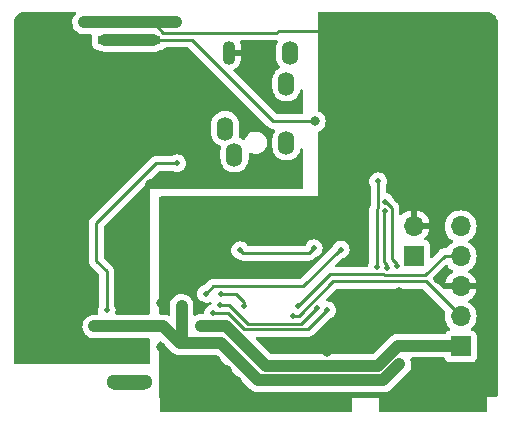
<source format=gbl>
G04 #@! TF.GenerationSoftware,KiCad,Pcbnew,7.0.7*
G04 #@! TF.CreationDate,2024-03-29T16:46:10+10:30*
G04 #@! TF.ProjectId,hawk,6861776b-2e6b-4696-9361-645f70636258,1*
G04 #@! TF.SameCoordinates,Original*
G04 #@! TF.FileFunction,Copper,L2,Bot*
G04 #@! TF.FilePolarity,Positive*
%FSLAX46Y46*%
G04 Gerber Fmt 4.6, Leading zero omitted, Abs format (unit mm)*
G04 Created by KiCad (PCBNEW 7.0.7) date 2024-03-29 16:46:10*
%MOMM*%
%LPD*%
G01*
G04 APERTURE LIST*
G04 #@! TA.AperFunction,SMDPad,CuDef*
%ADD10R,1.244600X0.660400*%
G04 #@! TD*
G04 #@! TA.AperFunction,ComponentPad*
%ADD11C,1.300000*%
G04 #@! TD*
G04 #@! TA.AperFunction,ComponentPad*
%ADD12O,1.700000X1.700000*%
G04 #@! TD*
G04 #@! TA.AperFunction,ComponentPad*
%ADD13R,1.700000X1.700000*%
G04 #@! TD*
G04 #@! TA.AperFunction,ComponentPad*
%ADD14O,1.371600X2.006600*%
G04 #@! TD*
G04 #@! TA.AperFunction,ComponentPad*
%ADD15O,1.100000X2.000000*%
G04 #@! TD*
G04 #@! TA.AperFunction,ViaPad*
%ADD16C,0.800000*%
G04 #@! TD*
G04 #@! TA.AperFunction,ViaPad*
%ADD17C,0.500000*%
G04 #@! TD*
G04 #@! TA.AperFunction,Conductor*
%ADD18C,0.250000*%
G04 #@! TD*
G04 #@! TA.AperFunction,Conductor*
%ADD19C,0.500000*%
G04 #@! TD*
G04 #@! TA.AperFunction,Conductor*
%ADD20C,1.000000*%
G04 #@! TD*
G04 APERTURE END LIST*
G04 #@! TA.AperFunction,EtchedComponent*
G36*
X139224500Y-113931500D02*
G01*
X136624500Y-113931500D01*
X136624500Y-112631500D01*
X139224500Y-112631500D01*
X139224500Y-113931500D01*
G37*
G04 #@! TD.AperFunction*
D10*
X135892500Y-84281502D03*
X139956500Y-84281502D03*
X135892500Y-82801500D03*
X139956500Y-82801500D03*
D11*
X136624500Y-113281500D03*
X139224500Y-113281500D03*
D12*
X162020700Y-100012000D03*
D13*
X162020700Y-102552000D03*
D12*
X165991500Y-100068500D03*
X165991500Y-102608500D03*
X165991500Y-105148500D03*
X165991500Y-107688500D03*
D13*
X165991500Y-110228500D03*
D14*
X151243300Y-92986900D03*
X146843301Y-93986901D03*
X146043300Y-91786900D03*
X151243300Y-87986900D03*
D15*
X146343299Y-85365251D03*
D14*
X151543299Y-85365251D03*
D16*
X144020500Y-108498500D03*
X157964000Y-112011500D03*
X146179500Y-112265500D03*
X152503000Y-98622500D03*
X145290500Y-112265500D03*
X159006500Y-106423500D03*
X154688500Y-110741500D03*
X147068500Y-114932500D03*
X154808200Y-98610000D03*
X164086500Y-104518500D03*
X145290500Y-113154500D03*
X145290500Y-114043500D03*
X140659100Y-110273500D03*
X146179500Y-113154500D03*
X146179500Y-114932500D03*
X146179500Y-114043500D03*
X140587201Y-106554799D03*
X155196500Y-83563500D03*
X145290500Y-114932500D03*
X157736500Y-100073500D03*
X148252500Y-98776000D03*
X147068500Y-113154500D03*
X147068500Y-114043500D03*
X164086500Y-101343500D03*
X145290500Y-111376500D03*
X160811000Y-105661500D03*
X144121000Y-106804500D03*
X142369500Y-106804500D03*
X134969700Y-108542500D03*
X160811000Y-111757500D03*
D17*
X159581000Y-98803500D03*
X159731836Y-103592836D03*
X160619676Y-103404500D03*
X159615036Y-98017497D03*
X151767500Y-107629500D03*
X145036500Y-107439500D03*
X154688500Y-107185500D03*
X145651000Y-106709934D03*
X153832399Y-107011887D03*
X144401500Y-105788500D03*
X155831500Y-102029500D03*
X153553132Y-101927040D03*
X147322500Y-102105500D03*
X145671500Y-105788500D03*
X147607895Y-106830818D03*
X152250500Y-106829500D03*
X158893750Y-103516750D03*
X159006500Y-96263500D03*
D16*
X129545000Y-108707000D03*
X132082500Y-101557500D03*
X130434000Y-108707000D03*
X133479500Y-98128500D03*
X136620700Y-110267500D03*
X132222000Y-109728000D03*
X138178500Y-104772500D03*
X133699700Y-106878500D03*
X137162500Y-104772500D03*
X132212000Y-110739000D03*
X131323000Y-110739000D03*
X132082500Y-106878500D03*
X138178500Y-103756500D03*
X137162500Y-103756500D03*
X139702500Y-96517500D03*
X131323000Y-108707000D03*
X130434000Y-110739000D03*
X131333000Y-109728000D03*
X135130500Y-98128500D03*
X130444000Y-109728000D03*
X129545000Y-110739000D03*
X134969700Y-110267500D03*
X129555000Y-109728000D03*
X132212000Y-108707000D03*
X133699700Y-101557500D03*
D17*
X141988500Y-94739500D03*
X136019500Y-107185500D03*
D16*
X153654995Y-91183500D03*
D18*
X164627750Y-102547000D02*
X165737500Y-102547000D01*
X163006914Y-104167836D02*
X164627750Y-102547000D01*
X159465827Y-104140000D02*
X159493663Y-104167836D01*
X159493663Y-104167836D02*
X163006914Y-104167836D01*
X154940000Y-104140000D02*
X159465827Y-104140000D01*
X152250500Y-106829500D02*
X154940000Y-104140000D01*
X163016500Y-104718500D02*
X165737500Y-107439500D01*
X155217100Y-104718500D02*
X163016500Y-104718500D01*
X165737500Y-107439500D02*
X165737500Y-107627000D01*
X152306100Y-107629500D02*
X155217100Y-104718500D01*
X151767500Y-107629500D02*
X152306100Y-107629500D01*
D19*
X157964000Y-112011500D02*
X157864000Y-111911500D01*
D20*
X158959944Y-111911500D02*
X160704444Y-110167000D01*
D19*
X157864000Y-111911500D02*
X156974500Y-111911500D01*
D20*
X144020500Y-108498500D02*
X146127135Y-108498500D01*
X156974500Y-111911500D02*
X158959944Y-111911500D01*
X160704444Y-110167000D02*
X165737500Y-110167000D01*
X146127135Y-108498500D02*
X149540135Y-111911500D01*
X149540135Y-111911500D02*
X156974500Y-111911500D01*
D18*
X150562841Y-83563500D02*
X150452341Y-83674000D01*
X155196500Y-83563500D02*
X150562841Y-83563500D01*
X140829000Y-83674000D02*
X139956500Y-82801500D01*
X150452341Y-83674000D02*
X140829000Y-83674000D01*
D20*
X141861500Y-82801500D02*
X134114500Y-82801500D01*
D18*
X140439341Y-82547500D02*
X139956500Y-82547500D01*
D20*
X140805500Y-108542500D02*
X141961500Y-109698500D01*
X141961500Y-109698500D02*
X142242500Y-109979500D01*
X142369500Y-106804500D02*
X142369500Y-109290500D01*
X142242500Y-109979500D02*
X145727790Y-109979500D01*
X145727790Y-109979500D02*
X148859790Y-113111500D01*
X134969700Y-108542500D02*
X140805500Y-108542500D01*
X142369500Y-109290500D02*
X141961500Y-109698500D01*
X148859790Y-113111500D02*
X159457000Y-113111500D01*
X159457000Y-113111500D02*
X160811000Y-111757500D01*
D18*
X159481000Y-98903500D02*
X159581000Y-98803500D01*
X159481000Y-103065327D02*
X159481000Y-98903500D01*
X159731836Y-103316163D02*
X159481000Y-103065327D01*
X159731836Y-103592836D02*
X159731836Y-103316163D01*
X160619676Y-103248403D02*
X160186000Y-102814727D01*
X160186000Y-102814727D02*
X160186000Y-98552900D01*
X160619676Y-103404500D02*
X160619676Y-103248403D01*
X159650597Y-98017497D02*
X159615036Y-98017497D01*
X160186000Y-98552900D02*
X159650597Y-98017497D01*
X147633627Y-108778500D02*
X153095500Y-108778500D01*
X145036500Y-107439500D02*
X146294627Y-107439500D01*
X146294627Y-107439500D02*
X147633627Y-108778500D01*
X153095500Y-108778500D02*
X154688500Y-107185500D01*
X152515786Y-108328500D02*
X153832399Y-107011887D01*
X146338934Y-106709934D02*
X147957500Y-108328500D01*
X147957500Y-108328500D02*
X152515786Y-108328500D01*
X145651000Y-106709934D02*
X146338934Y-106709934D01*
X155780500Y-102029500D02*
X155831500Y-102029500D01*
X145036500Y-105153500D02*
X152656500Y-105153500D01*
X152656500Y-105153500D02*
X155780500Y-102029500D01*
X144401500Y-105788500D02*
X145036500Y-105153500D01*
X147561000Y-102344000D02*
X153136172Y-102344000D01*
X147322500Y-102105500D02*
X147561000Y-102344000D01*
X153136172Y-102344000D02*
X153553132Y-101927040D01*
X145671500Y-105788500D02*
X146941500Y-105788500D01*
X147607895Y-106454895D02*
X147607895Y-106830818D01*
X146941500Y-105788500D02*
X147607895Y-106454895D01*
X158893750Y-98635150D02*
X159006500Y-98522400D01*
X159006500Y-98522400D02*
X159006500Y-96263500D01*
X158893750Y-103516750D02*
X158893750Y-98635150D01*
X136019500Y-107185500D02*
X136019500Y-103874195D01*
X135130500Y-102985195D02*
X135130500Y-99819500D01*
X140210500Y-94739500D02*
X141988500Y-94739500D01*
X136019500Y-103874195D02*
X135130500Y-102985195D01*
X135130500Y-99819500D02*
X140210500Y-94739500D01*
D20*
X135892500Y-84281502D02*
X139956500Y-84281502D01*
D18*
X153654995Y-91183500D02*
X150116500Y-91183500D01*
X150116500Y-91183500D02*
X143214502Y-84281502D01*
X143214502Y-84281502D02*
X139956500Y-84281502D01*
G04 #@! TA.AperFunction,Conductor*
G36*
X133387655Y-81896685D02*
G01*
X133433410Y-81949489D01*
X133443354Y-82018647D01*
X133414329Y-82082203D01*
X133401386Y-82095086D01*
X133385605Y-82108632D01*
X133385604Y-82108634D01*
X133261054Y-82269537D01*
X133261053Y-82269540D01*
X133171440Y-82452228D01*
X133120437Y-82649214D01*
X133110131Y-82852436D01*
X133140942Y-83053563D01*
X133140945Y-83053575D01*
X133211611Y-83244381D01*
X133211615Y-83244388D01*
X133319245Y-83417067D01*
X133319247Y-83417069D01*
X133319248Y-83417071D01*
X133459441Y-83564553D01*
X133587844Y-83653924D01*
X133626449Y-83680794D01*
X133626450Y-83680794D01*
X133626451Y-83680795D01*
X133813442Y-83761040D01*
X134012759Y-83802000D01*
X134645700Y-83802000D01*
X134712739Y-83821685D01*
X134758494Y-83874489D01*
X134769700Y-83926000D01*
X134769700Y-84659572D01*
X134769701Y-84659578D01*
X134776108Y-84719185D01*
X134826402Y-84854030D01*
X134826406Y-84854037D01*
X134912652Y-84969246D01*
X134912655Y-84969249D01*
X135027864Y-85055495D01*
X135027871Y-85055499D01*
X135162716Y-85105793D01*
X135188619Y-85108577D01*
X135222327Y-85112202D01*
X135295726Y-85112201D01*
X135362765Y-85131885D01*
X135366554Y-85134420D01*
X135404451Y-85160797D01*
X135404452Y-85160797D01*
X135404452Y-85160798D01*
X135497946Y-85200919D01*
X135591442Y-85241042D01*
X135790759Y-85282002D01*
X140007243Y-85282002D01*
X140158939Y-85266576D01*
X140353079Y-85205664D01*
X140353079Y-85205663D01*
X140353088Y-85205661D01*
X140493400Y-85127781D01*
X140553576Y-85112201D01*
X140626671Y-85112201D01*
X140626672Y-85112201D01*
X140686283Y-85105793D01*
X140821131Y-85055498D01*
X140936346Y-84969248D01*
X140945747Y-84956689D01*
X141001682Y-84914819D01*
X141045013Y-84907002D01*
X142904050Y-84907002D01*
X142971089Y-84926687D01*
X142991731Y-84943321D01*
X149615697Y-91567288D01*
X149625522Y-91579551D01*
X149625743Y-91579369D01*
X149630714Y-91585378D01*
X149656717Y-91609795D01*
X149681135Y-91632726D01*
X149702029Y-91653620D01*
X149707511Y-91657873D01*
X149711943Y-91661657D01*
X149745918Y-91693562D01*
X149763476Y-91703214D01*
X149779735Y-91713895D01*
X149795564Y-91726173D01*
X149838338Y-91744682D01*
X149843556Y-91747238D01*
X149884408Y-91769697D01*
X149903816Y-91774680D01*
X149922217Y-91780980D01*
X149940604Y-91788937D01*
X149983988Y-91795808D01*
X149986619Y-91796225D01*
X149992339Y-91797409D01*
X150037481Y-91809000D01*
X150057516Y-91809000D01*
X150076914Y-91810526D01*
X150096694Y-91813659D01*
X150096695Y-91813660D01*
X150096695Y-91813659D01*
X150096696Y-91813660D01*
X150143083Y-91809275D01*
X150148922Y-91809000D01*
X150157459Y-91809000D01*
X150224498Y-91828685D01*
X150270253Y-91881489D01*
X150280197Y-91950647D01*
X150256413Y-92007726D01*
X150230372Y-92042209D01*
X150230363Y-92042223D01*
X150132369Y-92239020D01*
X150072203Y-92450486D01*
X150064353Y-92535203D01*
X150058079Y-92602920D01*
X150057000Y-92614560D01*
X150057000Y-93359239D01*
X150072203Y-93523313D01*
X150132369Y-93734779D01*
X150230363Y-93931576D01*
X150230368Y-93931584D01*
X150284439Y-94003185D01*
X150362858Y-94107029D01*
X150525332Y-94255143D01*
X150712255Y-94370881D01*
X150917263Y-94450302D01*
X151133373Y-94490700D01*
X151133375Y-94490700D01*
X151353225Y-94490700D01*
X151353227Y-94490700D01*
X151569337Y-94450302D01*
X151774345Y-94370881D01*
X151961268Y-94255143D01*
X152123742Y-94107029D01*
X152256233Y-93931582D01*
X152354231Y-93734777D01*
X152413234Y-93527398D01*
X152450512Y-93468307D01*
X152513822Y-93438749D01*
X152583061Y-93448111D01*
X152636248Y-93493420D01*
X152656496Y-93560291D01*
X152656500Y-93561334D01*
X152656500Y-96774500D01*
X152636815Y-96841539D01*
X152584011Y-96887294D01*
X152532500Y-96898500D01*
X139702500Y-96898500D01*
X139702500Y-106354030D01*
X139702160Y-106360515D01*
X139681741Y-106554798D01*
X139681741Y-106554799D01*
X139693223Y-106664050D01*
X139702160Y-106749076D01*
X139702500Y-106755561D01*
X139702500Y-107418000D01*
X139682815Y-107485039D01*
X139630011Y-107530794D01*
X139578500Y-107542000D01*
X136864637Y-107542000D01*
X136797598Y-107522315D01*
X136751843Y-107469511D01*
X136741899Y-107400353D01*
X136747595Y-107377046D01*
X136750641Y-107368339D01*
X136755813Y-107353559D01*
X136774749Y-107185500D01*
X136774749Y-107185497D01*
X136755814Y-107017443D01*
X136723762Y-106925845D01*
X136699956Y-106857810D01*
X136682168Y-106829500D01*
X136664006Y-106800595D01*
X136645000Y-106734623D01*
X136645000Y-103956937D01*
X136646724Y-103941317D01*
X136646439Y-103941291D01*
X136647171Y-103933535D01*
X136647173Y-103933528D01*
X136645000Y-103864380D01*
X136645000Y-103834845D01*
X136644131Y-103827967D01*
X136643672Y-103822138D01*
X136642209Y-103775567D01*
X136636622Y-103756339D01*
X136632674Y-103737279D01*
X136630164Y-103717403D01*
X136630163Y-103717401D01*
X136630163Y-103717399D01*
X136613012Y-103674082D01*
X136611119Y-103668553D01*
X136598118Y-103623804D01*
X136598116Y-103623801D01*
X136587923Y-103606566D01*
X136579361Y-103589089D01*
X136571987Y-103570465D01*
X136571986Y-103570463D01*
X136544579Y-103532740D01*
X136541388Y-103527881D01*
X136517672Y-103487778D01*
X136517665Y-103487769D01*
X136503506Y-103473610D01*
X136490868Y-103458814D01*
X136479094Y-103442608D01*
X136447874Y-103416781D01*
X136443188Y-103412904D01*
X136438876Y-103408981D01*
X135792319Y-102762423D01*
X135758834Y-102701100D01*
X135756000Y-102674742D01*
X135756000Y-100129952D01*
X135775685Y-100062913D01*
X135792319Y-100042271D01*
X140433272Y-95401319D01*
X140494595Y-95367834D01*
X140520953Y-95365000D01*
X141537624Y-95365000D01*
X141603595Y-95384005D01*
X141660810Y-95419956D01*
X141782121Y-95462404D01*
X141820443Y-95475814D01*
X141988497Y-95494749D01*
X141988500Y-95494749D01*
X141988503Y-95494749D01*
X142156556Y-95475814D01*
X142156559Y-95475813D01*
X142316190Y-95419956D01*
X142316192Y-95419954D01*
X142316194Y-95419954D01*
X142316197Y-95419952D01*
X142459384Y-95329981D01*
X142459385Y-95329980D01*
X142459390Y-95329977D01*
X142578977Y-95210390D01*
X142668952Y-95067197D01*
X142668954Y-95067194D01*
X142668954Y-95067192D01*
X142668956Y-95067190D01*
X142724813Y-94907559D01*
X142724813Y-94907558D01*
X142724814Y-94907556D01*
X142743749Y-94739502D01*
X142743749Y-94739497D01*
X142724814Y-94571443D01*
X142682425Y-94450302D01*
X142668956Y-94411810D01*
X142668955Y-94411809D01*
X142668954Y-94411805D01*
X142668952Y-94411802D01*
X142578981Y-94268615D01*
X142578976Y-94268609D01*
X142459390Y-94149023D01*
X142459384Y-94149018D01*
X142316197Y-94059047D01*
X142316194Y-94059045D01*
X142156556Y-94003185D01*
X141988503Y-93984251D01*
X141988497Y-93984251D01*
X141820443Y-94003185D01*
X141660807Y-94059045D01*
X141603596Y-94094994D01*
X141537624Y-94114000D01*
X140293243Y-94114000D01*
X140277622Y-94112275D01*
X140277596Y-94112561D01*
X140269834Y-94111827D01*
X140269833Y-94111827D01*
X140200686Y-94114000D01*
X140171149Y-94114000D01*
X140164266Y-94114869D01*
X140158449Y-94115326D01*
X140111873Y-94116790D01*
X140092629Y-94122381D01*
X140073579Y-94126325D01*
X140053711Y-94128834D01*
X140010384Y-94145988D01*
X140004858Y-94147879D01*
X139960114Y-94160879D01*
X139960110Y-94160881D01*
X139942866Y-94171079D01*
X139925405Y-94179633D01*
X139906774Y-94187010D01*
X139906762Y-94187017D01*
X139869070Y-94214402D01*
X139864187Y-94217609D01*
X139824080Y-94241329D01*
X139809914Y-94255495D01*
X139795124Y-94268127D01*
X139778914Y-94279904D01*
X139778911Y-94279907D01*
X139749210Y-94315809D01*
X139745277Y-94320131D01*
X134746708Y-99318699D01*
X134734451Y-99328520D01*
X134734634Y-99328741D01*
X134728623Y-99333713D01*
X134681272Y-99384136D01*
X134660389Y-99405019D01*
X134660377Y-99405032D01*
X134656121Y-99410517D01*
X134652337Y-99414947D01*
X134620437Y-99448918D01*
X134620436Y-99448920D01*
X134610784Y-99466476D01*
X134600110Y-99482726D01*
X134587829Y-99498561D01*
X134587824Y-99498568D01*
X134569315Y-99541338D01*
X134566745Y-99546584D01*
X134544303Y-99587406D01*
X134539322Y-99606807D01*
X134533021Y-99625210D01*
X134525062Y-99643602D01*
X134525061Y-99643605D01*
X134517771Y-99689627D01*
X134516587Y-99695346D01*
X134505001Y-99740472D01*
X134505000Y-99740482D01*
X134505000Y-99760516D01*
X134503473Y-99779915D01*
X134500340Y-99799694D01*
X134500340Y-99799695D01*
X134504725Y-99846083D01*
X134505000Y-99851921D01*
X134505000Y-102902450D01*
X134503275Y-102918067D01*
X134503561Y-102918094D01*
X134502826Y-102925860D01*
X134505000Y-102995009D01*
X134505000Y-103024538D01*
X134505001Y-103024555D01*
X134505868Y-103031426D01*
X134506326Y-103037245D01*
X134507790Y-103083819D01*
X134507791Y-103083822D01*
X134513380Y-103103062D01*
X134517324Y-103122106D01*
X134519836Y-103141986D01*
X134536990Y-103185314D01*
X134538882Y-103190842D01*
X134551881Y-103235583D01*
X134562080Y-103252829D01*
X134570638Y-103270298D01*
X134578014Y-103288927D01*
X134605398Y-103326618D01*
X134608606Y-103331502D01*
X134632327Y-103371611D01*
X134632333Y-103371619D01*
X134646490Y-103385775D01*
X134659128Y-103400571D01*
X134670905Y-103416781D01*
X134670906Y-103416782D01*
X134706809Y-103446483D01*
X134711120Y-103450405D01*
X135036282Y-103775567D01*
X135357681Y-104096966D01*
X135391166Y-104158289D01*
X135394000Y-104184647D01*
X135394000Y-106734623D01*
X135374994Y-106800595D01*
X135339045Y-106857807D01*
X135283185Y-107017443D01*
X135264251Y-107185497D01*
X135264251Y-107185502D01*
X135283186Y-107353557D01*
X135291405Y-107377046D01*
X135294966Y-107446825D01*
X135260237Y-107507452D01*
X135198244Y-107539679D01*
X135174363Y-107542000D01*
X134918957Y-107542000D01*
X134767260Y-107557425D01*
X134573120Y-107618337D01*
X134573105Y-107618344D01*
X134395200Y-107717089D01*
X134395195Y-107717092D01*
X134240806Y-107849632D01*
X134240804Y-107849634D01*
X134116254Y-108010537D01*
X134116253Y-108010540D01*
X134026640Y-108193228D01*
X133975637Y-108390214D01*
X133965331Y-108593436D01*
X133996142Y-108794563D01*
X133996145Y-108794575D01*
X134066811Y-108985381D01*
X134066815Y-108985388D01*
X134174445Y-109158067D01*
X134174449Y-109158072D01*
X134267161Y-109255605D01*
X134314641Y-109305553D01*
X134434769Y-109389164D01*
X134481649Y-109421794D01*
X134481650Y-109421794D01*
X134481651Y-109421795D01*
X134668642Y-109502040D01*
X134867959Y-109543000D01*
X139578500Y-109543000D01*
X139645539Y-109562685D01*
X139691294Y-109615489D01*
X139702500Y-109667000D01*
X139702500Y-111633500D01*
X139682815Y-111700539D01*
X139630011Y-111746294D01*
X139578500Y-111757500D01*
X128270000Y-111757500D01*
X128202961Y-111737815D01*
X128157206Y-111685011D01*
X128146000Y-111633500D01*
X128146000Y-97722000D01*
X128146000Y-92159239D01*
X144857000Y-92159239D01*
X144872203Y-92323313D01*
X144932369Y-92534779D01*
X145030363Y-92731576D01*
X145030368Y-92731584D01*
X145096612Y-92819305D01*
X145162858Y-92907029D01*
X145325332Y-93055143D01*
X145512255Y-93170881D01*
X145622572Y-93213618D01*
X145677973Y-93256191D01*
X145701564Y-93321958D01*
X145697045Y-93363177D01*
X145672204Y-93450486D01*
X145662030Y-93560291D01*
X145657001Y-93614559D01*
X145657001Y-94359243D01*
X145661227Y-94404852D01*
X145672204Y-94523314D01*
X145732370Y-94734780D01*
X145830364Y-94931577D01*
X145830369Y-94931585D01*
X145896613Y-95019306D01*
X145962859Y-95107030D01*
X146125333Y-95255144D01*
X146312256Y-95370882D01*
X146517264Y-95450303D01*
X146733374Y-95490701D01*
X146733376Y-95490701D01*
X146953226Y-95490701D01*
X146953228Y-95490701D01*
X147169338Y-95450303D01*
X147374346Y-95370882D01*
X147561269Y-95255144D01*
X147723743Y-95107030D01*
X147856234Y-94931583D01*
X147954232Y-94734778D01*
X148014397Y-94523317D01*
X148029601Y-94359243D01*
X148029601Y-93944380D01*
X148049286Y-93877341D01*
X148102090Y-93831586D01*
X148171248Y-93821642D01*
X148202499Y-93830429D01*
X148279531Y-93863486D01*
X148357736Y-93897047D01*
X148357737Y-93897047D01*
X148357739Y-93897048D01*
X148546796Y-93935900D01*
X148691428Y-93935900D01*
X148835318Y-93921268D01*
X149019465Y-93863491D01*
X149019465Y-93863490D01*
X149019474Y-93863488D01*
X149188229Y-93769821D01*
X149334675Y-93644101D01*
X149452817Y-93491476D01*
X149537816Y-93318192D01*
X149554848Y-93252413D01*
X149586192Y-93131354D01*
X149586193Y-93131348D01*
X149586194Y-93131346D01*
X149595970Y-92938586D01*
X149566743Y-92747804D01*
X149499710Y-92566811D01*
X149480009Y-92535203D01*
X149397619Y-92403020D01*
X149397618Y-92403019D01*
X149397617Y-92403018D01*
X149397616Y-92403016D01*
X149264640Y-92263125D01*
X149230008Y-92239020D01*
X149106226Y-92152865D01*
X148928861Y-92076752D01*
X148739804Y-92037900D01*
X148595173Y-92037900D01*
X148595172Y-92037900D01*
X148451281Y-92052531D01*
X148267134Y-92110308D01*
X148267124Y-92110313D01*
X148098369Y-92203980D01*
X148098368Y-92203980D01*
X147951927Y-92329696D01*
X147833782Y-92482325D01*
X147748782Y-92655611D01*
X147747463Y-92659173D01*
X147746211Y-92660853D01*
X147746015Y-92661253D01*
X147745940Y-92661216D01*
X147705718Y-92715201D01*
X147640309Y-92739766D01*
X147572003Y-92725068D01*
X147565906Y-92721529D01*
X147374347Y-92602920D01*
X147374345Y-92602919D01*
X147264027Y-92560182D01*
X147208625Y-92517609D01*
X147185035Y-92451842D01*
X147189554Y-92410625D01*
X147214396Y-92323316D01*
X147229600Y-92159242D01*
X147229600Y-91414558D01*
X147214396Y-91250484D01*
X147154231Y-91039023D01*
X147092504Y-90915059D01*
X147056236Y-90842223D01*
X147056231Y-90842215D01*
X147010474Y-90781623D01*
X146923742Y-90666771D01*
X146761268Y-90518657D01*
X146732814Y-90501039D01*
X146574346Y-90402919D01*
X146574344Y-90402918D01*
X146503582Y-90375505D01*
X146369337Y-90323498D01*
X146153227Y-90283100D01*
X145933373Y-90283100D01*
X145717263Y-90323498D01*
X145660019Y-90345674D01*
X145512255Y-90402918D01*
X145512253Y-90402919D01*
X145325336Y-90518654D01*
X145325334Y-90518655D01*
X145325332Y-90518657D01*
X145282175Y-90558000D01*
X145162857Y-90666772D01*
X145030368Y-90842215D01*
X145030363Y-90842223D01*
X144932369Y-91039020D01*
X144872203Y-91250486D01*
X144857000Y-91414560D01*
X144857000Y-92159239D01*
X128146000Y-92159239D01*
X128145999Y-82880584D01*
X128146529Y-82872513D01*
X128177956Y-82633998D01*
X128186325Y-82602766D01*
X128273694Y-82391822D01*
X128289867Y-82363807D01*
X128428819Y-82182706D01*
X128451706Y-82159819D01*
X128632807Y-82020867D01*
X128660822Y-82004694D01*
X128871766Y-81917325D01*
X128902992Y-81908957D01*
X129141499Y-81877531D01*
X129149602Y-81877000D01*
X133320616Y-81877000D01*
X133387655Y-81896685D01*
G37*
G04 #@! TD.AperFunction*
G04 #@! TA.AperFunction,Conductor*
G36*
X150385218Y-84301224D02*
G01*
X150385245Y-84300939D01*
X150400779Y-84302408D01*
X150400443Y-84305960D01*
X150452308Y-84319106D01*
X150500003Y-84370164D01*
X150512523Y-84438903D01*
X150500212Y-84481125D01*
X150432368Y-84617371D01*
X150372202Y-84828837D01*
X150364235Y-84914819D01*
X150359192Y-84969249D01*
X150356999Y-84992911D01*
X150356999Y-85737590D01*
X150372202Y-85901664D01*
X150432368Y-86113130D01*
X150530362Y-86309927D01*
X150530367Y-86309935D01*
X150618066Y-86426067D01*
X150653053Y-86472398D01*
X150657105Y-86477763D01*
X150681797Y-86543125D01*
X150667232Y-86611459D01*
X150623429Y-86657916D01*
X150525343Y-86718648D01*
X150525337Y-86718653D01*
X150525333Y-86718655D01*
X150525332Y-86718657D01*
X150426203Y-86809025D01*
X150362857Y-86866772D01*
X150230368Y-87042215D01*
X150230363Y-87042223D01*
X150132369Y-87239020D01*
X150072203Y-87450486D01*
X150057000Y-87614560D01*
X150057000Y-88359239D01*
X150072203Y-88523313D01*
X150132369Y-88734779D01*
X150230363Y-88931576D01*
X150230368Y-88931584D01*
X150296612Y-89019305D01*
X150362858Y-89107029D01*
X150525332Y-89255143D01*
X150712255Y-89370881D01*
X150917263Y-89450302D01*
X151133373Y-89490700D01*
X151133375Y-89490700D01*
X151353225Y-89490700D01*
X151353227Y-89490700D01*
X151569337Y-89450302D01*
X151774345Y-89370881D01*
X151961268Y-89255143D01*
X152123742Y-89107029D01*
X152256233Y-88931582D01*
X152354231Y-88734777D01*
X152413234Y-88527398D01*
X152450512Y-88468307D01*
X152513822Y-88438749D01*
X152583061Y-88448111D01*
X152636248Y-88493420D01*
X152656496Y-88560291D01*
X152656500Y-88561334D01*
X152656500Y-90434000D01*
X152636815Y-90501039D01*
X152584011Y-90546794D01*
X152532500Y-90558000D01*
X150426953Y-90558000D01*
X150359914Y-90538315D01*
X150339272Y-90521681D01*
X146774409Y-86956818D01*
X146740924Y-86895495D01*
X146745908Y-86825803D01*
X146787780Y-86769870D01*
X146803637Y-86759779D01*
X146929465Y-86692522D01*
X146929472Y-86692518D01*
X147089354Y-86561306D01*
X147220566Y-86401424D01*
X147220570Y-86401417D01*
X147318065Y-86219017D01*
X147378107Y-86021085D01*
X147393299Y-85866835D01*
X147393299Y-85615251D01*
X146872099Y-85615251D01*
X146805060Y-85595566D01*
X146759305Y-85542762D01*
X146748099Y-85491251D01*
X146748099Y-85239251D01*
X146767784Y-85172212D01*
X146820588Y-85126457D01*
X146872099Y-85115251D01*
X147393299Y-85115251D01*
X147393299Y-84863666D01*
X147378107Y-84709416D01*
X147318065Y-84511486D01*
X147302280Y-84481954D01*
X147288038Y-84413551D01*
X147313038Y-84348307D01*
X147369342Y-84306936D01*
X147411638Y-84299500D01*
X150369598Y-84299500D01*
X150385218Y-84301224D01*
G37*
G04 #@! TD.AperFunction*
G04 #@! TA.AperFunction,Conductor*
G36*
X168149501Y-81877531D02*
G01*
X168387996Y-81908956D01*
X168419234Y-81917326D01*
X168630173Y-82004692D01*
X168658194Y-82020869D01*
X168839287Y-82159815D01*
X168862183Y-82182711D01*
X169001127Y-82363801D01*
X169017307Y-82391828D01*
X169104670Y-82602759D01*
X169113043Y-82634004D01*
X169144468Y-82872493D01*
X169145000Y-82880601D01*
X169145000Y-114352000D01*
X169125315Y-114419039D01*
X169072511Y-114464794D01*
X169021000Y-114476000D01*
X168270260Y-114476000D01*
X168270054Y-114475959D01*
X168245500Y-114475959D01*
X168245401Y-114476000D01*
X168245117Y-114476116D01*
X168245115Y-114476118D01*
X168244959Y-114476499D01*
X168244976Y-114501116D01*
X168244971Y-114501116D01*
X168245000Y-114501259D01*
X168245000Y-115697500D01*
X168225315Y-115764539D01*
X168172511Y-115810294D01*
X168121000Y-115821500D01*
X159170000Y-115821500D01*
X159102961Y-115801815D01*
X159057206Y-115749011D01*
X159046000Y-115697500D01*
X159046000Y-114651259D01*
X159046028Y-114651116D01*
X159046024Y-114651116D01*
X159046039Y-114626502D01*
X159046041Y-114626500D01*
X159045962Y-114626308D01*
X159045884Y-114626118D01*
X159045882Y-114626116D01*
X159045599Y-114626000D01*
X159045500Y-114625959D01*
X159020946Y-114625959D01*
X159020740Y-114626000D01*
X156780260Y-114626000D01*
X156780054Y-114625959D01*
X156755500Y-114625959D01*
X156755401Y-114626000D01*
X156755117Y-114626116D01*
X156755115Y-114626118D01*
X156754959Y-114626499D01*
X156754976Y-114651116D01*
X156754971Y-114651116D01*
X156755000Y-114651259D01*
X156755000Y-115697500D01*
X156735315Y-115764539D01*
X156682511Y-115810294D01*
X156631000Y-115821500D01*
X140660000Y-115821500D01*
X140592961Y-115801815D01*
X140547206Y-115749011D01*
X140536000Y-115697500D01*
X140536000Y-114651259D01*
X140536028Y-114651116D01*
X140536024Y-114651116D01*
X140536039Y-114626502D01*
X140536041Y-114626500D01*
X140535962Y-114626308D01*
X140535884Y-114626118D01*
X140525195Y-114615435D01*
X140486778Y-114584596D01*
X140464588Y-114518344D01*
X140464500Y-114513683D01*
X140464500Y-109915782D01*
X140484185Y-109848743D01*
X140536989Y-109802988D01*
X140606147Y-109793044D01*
X140669703Y-109822069D01*
X140676171Y-109828092D01*
X141179755Y-110331675D01*
X141179776Y-110331698D01*
X141234993Y-110386914D01*
X141237158Y-110389191D01*
X141287318Y-110444711D01*
X141287321Y-110444713D01*
X141300306Y-110454247D01*
X141314594Y-110466514D01*
X141526049Y-110677969D01*
X141587440Y-110742552D01*
X141587447Y-110742558D01*
X141621553Y-110766295D01*
X141637803Y-110777606D01*
X141641544Y-110780426D01*
X141689093Y-110819198D01*
X141719545Y-110835104D01*
X141726258Y-110839172D01*
X141754451Y-110858795D01*
X141810829Y-110882989D01*
X141815078Y-110885007D01*
X141869451Y-110913409D01*
X141896989Y-110921288D01*
X141902474Y-110922858D01*
X141909868Y-110925490D01*
X141941442Y-110939040D01*
X141941445Y-110939040D01*
X141941446Y-110939041D01*
X142001522Y-110951387D01*
X142006100Y-110952510D01*
X142020001Y-110956487D01*
X142065082Y-110969387D01*
X142099339Y-110971995D01*
X142107114Y-110973086D01*
X142140755Y-110980000D01*
X142140759Y-110980000D01*
X142202098Y-110980000D01*
X142206804Y-110980178D01*
X142241562Y-110982825D01*
X142267975Y-110984837D01*
X142267975Y-110984836D01*
X142267976Y-110984837D01*
X142302059Y-110980496D01*
X142309889Y-110980000D01*
X145262007Y-110980000D01*
X145329046Y-110999685D01*
X145349688Y-111016319D01*
X148143337Y-113809967D01*
X148204731Y-113874553D01*
X148204734Y-113874555D01*
X148204737Y-113874558D01*
X148238843Y-113898295D01*
X148255093Y-113909606D01*
X148258834Y-113912426D01*
X148306383Y-113951198D01*
X148336835Y-113967104D01*
X148343548Y-113971172D01*
X148371741Y-113990795D01*
X148428119Y-114014989D01*
X148432368Y-114017007D01*
X148486741Y-114045409D01*
X148514279Y-114053288D01*
X148519764Y-114054858D01*
X148527158Y-114057490D01*
X148558732Y-114071040D01*
X148558735Y-114071040D01*
X148558736Y-114071041D01*
X148618812Y-114083387D01*
X148623390Y-114084510D01*
X148625494Y-114085112D01*
X148682372Y-114101387D01*
X148716629Y-114103995D01*
X148724404Y-114105086D01*
X148758045Y-114112000D01*
X148758049Y-114112000D01*
X148819388Y-114112000D01*
X148824094Y-114112178D01*
X148851385Y-114114257D01*
X148885265Y-114116837D01*
X148885265Y-114116836D01*
X148885266Y-114116837D01*
X148919349Y-114112496D01*
X148927179Y-114112000D01*
X159444284Y-114112000D01*
X159533358Y-114114257D01*
X159533358Y-114114256D01*
X159533363Y-114114257D01*
X159593753Y-114103432D01*
X159598412Y-114102780D01*
X159640607Y-114098488D01*
X159659438Y-114096574D01*
X159692227Y-114086286D01*
X159699840Y-114084418D01*
X159733653Y-114078358D01*
X159790621Y-114055601D01*
X159795053Y-114054024D01*
X159853588Y-114035659D01*
X159883627Y-114018984D01*
X159890708Y-114015622D01*
X159922617Y-114002877D01*
X159973854Y-113969108D01*
X159977851Y-113966687D01*
X160031502Y-113936909D01*
X160057568Y-113914530D01*
X160063843Y-113909800D01*
X160064145Y-113909601D01*
X160092519Y-113890902D01*
X160135892Y-113847527D01*
X160139350Y-113844323D01*
X160142613Y-113841520D01*
X160185895Y-113804366D01*
X160206928Y-113777191D01*
X160212098Y-113771321D01*
X161554340Y-112429080D01*
X161650698Y-112310907D01*
X161744909Y-112130549D01*
X161800886Y-111934918D01*
X161816337Y-111732024D01*
X161796849Y-111579000D01*
X161790631Y-111530178D01*
X161790630Y-111530176D01*
X161790630Y-111530172D01*
X161724816Y-111337628D01*
X161724815Y-111337627D01*
X161722782Y-111331678D01*
X161725668Y-111330691D01*
X161717231Y-111274674D01*
X161745830Y-111210926D01*
X161804355Y-111172759D01*
X161840084Y-111167500D01*
X164554420Y-111167500D01*
X164621459Y-111187185D01*
X164667214Y-111239989D01*
X164670602Y-111248167D01*
X164697702Y-111320828D01*
X164697706Y-111320835D01*
X164783952Y-111436044D01*
X164783955Y-111436047D01*
X164899164Y-111522293D01*
X164899171Y-111522297D01*
X165034017Y-111572591D01*
X165034016Y-111572591D01*
X165040944Y-111573335D01*
X165093627Y-111579000D01*
X166889372Y-111578999D01*
X166948983Y-111572591D01*
X167083831Y-111522296D01*
X167199046Y-111436046D01*
X167285296Y-111320831D01*
X167335591Y-111185983D01*
X167342000Y-111126373D01*
X167341999Y-109330628D01*
X167335591Y-109271017D01*
X167332554Y-109262875D01*
X167285297Y-109136171D01*
X167285293Y-109136164D01*
X167199047Y-109020955D01*
X167199044Y-109020952D01*
X167083835Y-108934706D01*
X167083828Y-108934702D01*
X166952417Y-108885689D01*
X166896483Y-108843818D01*
X166872066Y-108778353D01*
X166886918Y-108710080D01*
X166908063Y-108681832D01*
X167029995Y-108559901D01*
X167165535Y-108366330D01*
X167265403Y-108152163D01*
X167326563Y-107923908D01*
X167347159Y-107688500D01*
X167326563Y-107453092D01*
X167265403Y-107224837D01*
X167165535Y-107010671D01*
X167136088Y-106968615D01*
X167029994Y-106817097D01*
X166862902Y-106650006D01*
X166862901Y-106650005D01*
X166684110Y-106524814D01*
X166676905Y-106519769D01*
X166633281Y-106465192D01*
X166626088Y-106395693D01*
X166657610Y-106333339D01*
X166676905Y-106316619D01*
X166862582Y-106186605D01*
X167029605Y-106019582D01*
X167165100Y-105826078D01*
X167264929Y-105611992D01*
X167264932Y-105611986D01*
X167322136Y-105398500D01*
X166604847Y-105398500D01*
X166537808Y-105378815D01*
X166492053Y-105326011D01*
X166482109Y-105256853D01*
X166485869Y-105239567D01*
X166491500Y-105220388D01*
X166491500Y-105076611D01*
X166485869Y-105057433D01*
X166485870Y-104987564D01*
X166523645Y-104928786D01*
X166587201Y-104899762D01*
X166604847Y-104898500D01*
X167322136Y-104898500D01*
X167322135Y-104898499D01*
X167264932Y-104685013D01*
X167264929Y-104685007D01*
X167165100Y-104470922D01*
X167165099Y-104470920D01*
X167029613Y-104277426D01*
X167029608Y-104277420D01*
X166862578Y-104110390D01*
X166676905Y-103980379D01*
X166633280Y-103925802D01*
X166626088Y-103856304D01*
X166657610Y-103793949D01*
X166676906Y-103777230D01*
X166862901Y-103646995D01*
X167029995Y-103479901D01*
X167165535Y-103286330D01*
X167265403Y-103072163D01*
X167326563Y-102843908D01*
X167347159Y-102608500D01*
X167326563Y-102373092D01*
X167265403Y-102144837D01*
X167165535Y-101930671D01*
X167162991Y-101927037D01*
X167029994Y-101737097D01*
X166862902Y-101570006D01*
X166862896Y-101570001D01*
X166677342Y-101440075D01*
X166633717Y-101385498D01*
X166626523Y-101316000D01*
X166658046Y-101253645D01*
X166677342Y-101236925D01*
X166718781Y-101207909D01*
X166862901Y-101106995D01*
X167029995Y-100939901D01*
X167165535Y-100746330D01*
X167265403Y-100532163D01*
X167326563Y-100303908D01*
X167347159Y-100068500D01*
X167326563Y-99833092D01*
X167265403Y-99604837D01*
X167165535Y-99390671D01*
X167126150Y-99334422D01*
X167029994Y-99197097D01*
X166862902Y-99030006D01*
X166862895Y-99030001D01*
X166838115Y-99012650D01*
X166824021Y-99002781D01*
X166669334Y-98894467D01*
X166669330Y-98894465D01*
X166669328Y-98894464D01*
X166455163Y-98794597D01*
X166455159Y-98794596D01*
X166455155Y-98794594D01*
X166226913Y-98733438D01*
X166226903Y-98733436D01*
X165991501Y-98712841D01*
X165991499Y-98712841D01*
X165756096Y-98733436D01*
X165756086Y-98733438D01*
X165527844Y-98794594D01*
X165527835Y-98794598D01*
X165313671Y-98894464D01*
X165313669Y-98894465D01*
X165120097Y-99030005D01*
X164953005Y-99197097D01*
X164817465Y-99390669D01*
X164817464Y-99390671D01*
X164717598Y-99604835D01*
X164717594Y-99604844D01*
X164656438Y-99833086D01*
X164656436Y-99833096D01*
X164635841Y-100068499D01*
X164635841Y-100068500D01*
X164656436Y-100303903D01*
X164656438Y-100303913D01*
X164717594Y-100532155D01*
X164717596Y-100532159D01*
X164717597Y-100532163D01*
X164791001Y-100689578D01*
X164817465Y-100746330D01*
X164817467Y-100746334D01*
X164953001Y-100939895D01*
X164953006Y-100939902D01*
X165120097Y-101106993D01*
X165120103Y-101106998D01*
X165305658Y-101236925D01*
X165349283Y-101291502D01*
X165356477Y-101361000D01*
X165324954Y-101423355D01*
X165305658Y-101440075D01*
X165120097Y-101570005D01*
X164953005Y-101737097D01*
X164860911Y-101868623D01*
X164806334Y-101912248D01*
X164759336Y-101921500D01*
X164710487Y-101921500D01*
X164694870Y-101919776D01*
X164694843Y-101920062D01*
X164687081Y-101919327D01*
X164617953Y-101921500D01*
X164588400Y-101921500D01*
X164587679Y-101921590D01*
X164581507Y-101922369D01*
X164575695Y-101922826D01*
X164529123Y-101924290D01*
X164529122Y-101924290D01*
X164509879Y-101929881D01*
X164490829Y-101933825D01*
X164470961Y-101936334D01*
X164470959Y-101936335D01*
X164427634Y-101953488D01*
X164422107Y-101955380D01*
X164377360Y-101968381D01*
X164377359Y-101968382D01*
X164360117Y-101978579D01*
X164342649Y-101987137D01*
X164324019Y-101994513D01*
X164324017Y-101994514D01*
X164286326Y-102021898D01*
X164281444Y-102025105D01*
X164241329Y-102048830D01*
X164227158Y-102063000D01*
X164212373Y-102075628D01*
X164196162Y-102087407D01*
X164166459Y-102123310D01*
X164162527Y-102127631D01*
X163582880Y-102707278D01*
X163521557Y-102740763D01*
X163451866Y-102735779D01*
X163395932Y-102693908D01*
X163371515Y-102628443D01*
X163371199Y-102619597D01*
X163371199Y-101654129D01*
X163371198Y-101654123D01*
X163369191Y-101635454D01*
X163364791Y-101594517D01*
X163351400Y-101558615D01*
X163314497Y-101459671D01*
X163314493Y-101459664D01*
X163228247Y-101344455D01*
X163228244Y-101344452D01*
X163113035Y-101258206D01*
X163113028Y-101258202D01*
X162981101Y-101208997D01*
X162925167Y-101167126D01*
X162900750Y-101101662D01*
X162915602Y-101033389D01*
X162936753Y-101005133D01*
X163058808Y-100883078D01*
X163194300Y-100689578D01*
X163294129Y-100475492D01*
X163294132Y-100475486D01*
X163351336Y-100262000D01*
X162634047Y-100262000D01*
X162567008Y-100242315D01*
X162521253Y-100189511D01*
X162511309Y-100120353D01*
X162515069Y-100103067D01*
X162520700Y-100083888D01*
X162520700Y-99940111D01*
X162515069Y-99920933D01*
X162515070Y-99851064D01*
X162552845Y-99792286D01*
X162616401Y-99763262D01*
X162634047Y-99762000D01*
X163351336Y-99762000D01*
X163351335Y-99761999D01*
X163294132Y-99548513D01*
X163294129Y-99548507D01*
X163194300Y-99334422D01*
X163194299Y-99334420D01*
X163058813Y-99140926D01*
X163058808Y-99140920D01*
X162891782Y-98973894D01*
X162698278Y-98838399D01*
X162484192Y-98738570D01*
X162484186Y-98738567D01*
X162270700Y-98681364D01*
X162270700Y-99399698D01*
X162251015Y-99466737D01*
X162198211Y-99512492D01*
X162129055Y-99522436D01*
X162056466Y-99512000D01*
X162056463Y-99512000D01*
X161984937Y-99512000D01*
X161984933Y-99512000D01*
X161912345Y-99522436D01*
X161843187Y-99512492D01*
X161790384Y-99466736D01*
X161770700Y-99399698D01*
X161770700Y-98681364D01*
X161770699Y-98681364D01*
X161557213Y-98738567D01*
X161557207Y-98738570D01*
X161343122Y-98838399D01*
X161343120Y-98838400D01*
X161149626Y-98973886D01*
X161149620Y-98973891D01*
X161023181Y-99100331D01*
X160961858Y-99133816D01*
X160892166Y-99128832D01*
X160836233Y-99086960D01*
X160811816Y-99021496D01*
X160811500Y-99012650D01*
X160811500Y-98635637D01*
X160813223Y-98620020D01*
X160812938Y-98619993D01*
X160813672Y-98612231D01*
X160811500Y-98543103D01*
X160811500Y-98513551D01*
X160811500Y-98513550D01*
X160810629Y-98506659D01*
X160810172Y-98500845D01*
X160808709Y-98454272D01*
X160803122Y-98435044D01*
X160799174Y-98415984D01*
X160796664Y-98396108D01*
X160779507Y-98352775D01*
X160777619Y-98347259D01*
X160764619Y-98302512D01*
X160754418Y-98285263D01*
X160745860Y-98267794D01*
X160738486Y-98249168D01*
X160738483Y-98249164D01*
X160738483Y-98249163D01*
X160711098Y-98211471D01*
X160707890Y-98206587D01*
X160684172Y-98166482D01*
X160684163Y-98166471D01*
X160670005Y-98152313D01*
X160657370Y-98137520D01*
X160645593Y-98121312D01*
X160609693Y-98091613D01*
X160605381Y-98087690D01*
X160362867Y-97845177D01*
X160333507Y-97798450D01*
X160295491Y-97689804D01*
X160295488Y-97689799D01*
X160205517Y-97546612D01*
X160205512Y-97546606D01*
X160085926Y-97427020D01*
X160085920Y-97427015D01*
X159942733Y-97337044D01*
X159942728Y-97337041D01*
X159783089Y-97281182D01*
X159742116Y-97276566D01*
X159677702Y-97249499D01*
X159638147Y-97191904D01*
X159632000Y-97153346D01*
X159632000Y-96714375D01*
X159651007Y-96648402D01*
X159686956Y-96591190D01*
X159712741Y-96517500D01*
X159742813Y-96431559D01*
X159761749Y-96263500D01*
X159761749Y-96263497D01*
X159742814Y-96095443D01*
X159686954Y-95935805D01*
X159686952Y-95935802D01*
X159596981Y-95792615D01*
X159596976Y-95792609D01*
X159477390Y-95673023D01*
X159477384Y-95673018D01*
X159334197Y-95583047D01*
X159334194Y-95583045D01*
X159174556Y-95527185D01*
X159006503Y-95508251D01*
X159006497Y-95508251D01*
X158838443Y-95527185D01*
X158678805Y-95583045D01*
X158678802Y-95583047D01*
X158535615Y-95673018D01*
X158535609Y-95673023D01*
X158416023Y-95792609D01*
X158416018Y-95792615D01*
X158326047Y-95935802D01*
X158326045Y-95935805D01*
X158270185Y-96095443D01*
X158251251Y-96263497D01*
X158251251Y-96263502D01*
X158270186Y-96431557D01*
X158326043Y-96591190D01*
X158361993Y-96648402D01*
X158381000Y-96714375D01*
X158381000Y-98233182D01*
X158361315Y-98300221D01*
X158354985Y-98309175D01*
X158351078Y-98314211D01*
X158351074Y-98314218D01*
X158332565Y-98356988D01*
X158329995Y-98362234D01*
X158307553Y-98403056D01*
X158302572Y-98422457D01*
X158296271Y-98440860D01*
X158288312Y-98459252D01*
X158288311Y-98459255D01*
X158281021Y-98505277D01*
X158279837Y-98510996D01*
X158268251Y-98556122D01*
X158268250Y-98556132D01*
X158268250Y-98576166D01*
X158266723Y-98595565D01*
X158263590Y-98615344D01*
X158263590Y-98615345D01*
X158267975Y-98661733D01*
X158268250Y-98667571D01*
X158268250Y-103065873D01*
X158249244Y-103131845D01*
X158213295Y-103189057D01*
X158157436Y-103348691D01*
X158157435Y-103348696D01*
X158151162Y-103404382D01*
X158124096Y-103468797D01*
X158066502Y-103508352D01*
X158027942Y-103514500D01*
X155479452Y-103514500D01*
X155412413Y-103494815D01*
X155366658Y-103442011D01*
X155356714Y-103372853D01*
X155385739Y-103309297D01*
X155391771Y-103302819D01*
X155505533Y-103189057D01*
X155889109Y-102805479D01*
X155950430Y-102771996D01*
X155962888Y-102769944D01*
X155999559Y-102765813D01*
X156159190Y-102709956D01*
X156159193Y-102709953D01*
X156159197Y-102709952D01*
X156302384Y-102619981D01*
X156302385Y-102619980D01*
X156302390Y-102619977D01*
X156421977Y-102500390D01*
X156421981Y-102500384D01*
X156511952Y-102357197D01*
X156511954Y-102357194D01*
X156511954Y-102357192D01*
X156511956Y-102357190D01*
X156567813Y-102197559D01*
X156567813Y-102197558D01*
X156567814Y-102197556D01*
X156586749Y-102029502D01*
X156586749Y-102029497D01*
X156567814Y-101861443D01*
X156511954Y-101701805D01*
X156511952Y-101701802D01*
X156421981Y-101558615D01*
X156421976Y-101558609D01*
X156302390Y-101439023D01*
X156302384Y-101439018D01*
X156159197Y-101349047D01*
X156159194Y-101349045D01*
X155999556Y-101293185D01*
X155831503Y-101274251D01*
X155831497Y-101274251D01*
X155663443Y-101293185D01*
X155503805Y-101349045D01*
X155503802Y-101349047D01*
X155360615Y-101439018D01*
X155360609Y-101439023D01*
X155241023Y-101558609D01*
X155241018Y-101558615D01*
X155151048Y-101701800D01*
X155151044Y-101701808D01*
X155121337Y-101786705D01*
X155091977Y-101833430D01*
X152433728Y-104491681D01*
X152372405Y-104525166D01*
X152346047Y-104528000D01*
X145119243Y-104528000D01*
X145103622Y-104526275D01*
X145103595Y-104526561D01*
X145095833Y-104525826D01*
X145026672Y-104528000D01*
X144997149Y-104528000D01*
X144990278Y-104528867D01*
X144984459Y-104529325D01*
X144937874Y-104530789D01*
X144937868Y-104530790D01*
X144918626Y-104536380D01*
X144899587Y-104540323D01*
X144879717Y-104542834D01*
X144879703Y-104542837D01*
X144836383Y-104559988D01*
X144830858Y-104561880D01*
X144786113Y-104574880D01*
X144786110Y-104574881D01*
X144768866Y-104585079D01*
X144751405Y-104593633D01*
X144732774Y-104601010D01*
X144732762Y-104601017D01*
X144695070Y-104628402D01*
X144690187Y-104631609D01*
X144650080Y-104655329D01*
X144635914Y-104669495D01*
X144621124Y-104682127D01*
X144604914Y-104693904D01*
X144604911Y-104693907D01*
X144575210Y-104729809D01*
X144571277Y-104734131D01*
X144283881Y-105021527D01*
X144237154Y-105050888D01*
X144233441Y-105052186D01*
X144233441Y-105052187D01*
X144218449Y-105057433D01*
X144073808Y-105108044D01*
X144073802Y-105108047D01*
X143930615Y-105198018D01*
X143930609Y-105198023D01*
X143811023Y-105317609D01*
X143811018Y-105317615D01*
X143721047Y-105460802D01*
X143721045Y-105460805D01*
X143665185Y-105620443D01*
X143646251Y-105788497D01*
X143646251Y-105788502D01*
X143665185Y-105956556D01*
X143721045Y-106116194D01*
X143721047Y-106116197D01*
X143811018Y-106259384D01*
X143811023Y-106259390D01*
X143930609Y-106378976D01*
X143930615Y-106378981D01*
X144073802Y-106468952D01*
X144073805Y-106468954D01*
X144073809Y-106468955D01*
X144073810Y-106468956D01*
X144074379Y-106469155D01*
X144233443Y-106524814D01*
X144401497Y-106543749D01*
X144401500Y-106543749D01*
X144401503Y-106543749D01*
X144569556Y-106524814D01*
X144583974Y-106519769D01*
X144729190Y-106468956D01*
X144729200Y-106468949D01*
X144731863Y-106467668D01*
X144733765Y-106467354D01*
X144735762Y-106466656D01*
X144735884Y-106467005D01*
X144800803Y-106456309D01*
X144864940Y-106484026D01*
X144903911Y-106542017D01*
X144908895Y-106593265D01*
X144906386Y-106615535D01*
X144879320Y-106679950D01*
X144824121Y-106718694D01*
X144708813Y-106759042D01*
X144708802Y-106759047D01*
X144565615Y-106849018D01*
X144565609Y-106849023D01*
X144446023Y-106968609D01*
X144446018Y-106968615D01*
X144356047Y-107111802D01*
X144356045Y-107111805D01*
X144300185Y-107271443D01*
X144287066Y-107387884D01*
X144259999Y-107452298D01*
X144202404Y-107491853D01*
X144163846Y-107498000D01*
X143969757Y-107498000D01*
X143818060Y-107513425D01*
X143623920Y-107574337D01*
X143623905Y-107574344D01*
X143554177Y-107613046D01*
X143486008Y-107628369D01*
X143420377Y-107604405D01*
X143378120Y-107548761D01*
X143370000Y-107504627D01*
X143370000Y-106753756D01*
X143354574Y-106602060D01*
X143293662Y-106407920D01*
X143293660Y-106407916D01*
X143293659Y-106407912D01*
X143194909Y-106229998D01*
X143194908Y-106229997D01*
X143194907Y-106229995D01*
X143062367Y-106075606D01*
X143062365Y-106075604D01*
X142901462Y-105951054D01*
X142901459Y-105951053D01*
X142901458Y-105951052D01*
X142718771Y-105861440D01*
X142521785Y-105810437D01*
X142521787Y-105810437D01*
X142386304Y-105803566D01*
X142318564Y-105800131D01*
X142318563Y-105800131D01*
X142318561Y-105800131D01*
X142117436Y-105830942D01*
X142117424Y-105830945D01*
X141926618Y-105901611D01*
X141926611Y-105901615D01*
X141753932Y-106009245D01*
X141753927Y-106009249D01*
X141606449Y-106149438D01*
X141606447Y-106149440D01*
X141606447Y-106149441D01*
X141585969Y-106178862D01*
X141490205Y-106316449D01*
X141409959Y-106503443D01*
X141369000Y-106702758D01*
X141369000Y-107503404D01*
X141349315Y-107570443D01*
X141296511Y-107616198D01*
X141227353Y-107626142D01*
X141187590Y-107613313D01*
X141178557Y-107608594D01*
X141178550Y-107608591D01*
X141178549Y-107608591D01*
X141172508Y-107606862D01*
X141145530Y-107599142D01*
X141138130Y-107596508D01*
X141106557Y-107582959D01*
X141106558Y-107582959D01*
X141046466Y-107570609D01*
X141041891Y-107569486D01*
X140982920Y-107552613D01*
X140982925Y-107552613D01*
X140948658Y-107550003D01*
X140940880Y-107548912D01*
X140907242Y-107542000D01*
X140907241Y-107542000D01*
X140845902Y-107542000D01*
X140841195Y-107541821D01*
X140835621Y-107541396D01*
X140780024Y-107537162D01*
X140760089Y-107539701D01*
X140745940Y-107541503D01*
X140738111Y-107542000D01*
X140588500Y-107542000D01*
X140521461Y-107522315D01*
X140475706Y-107469511D01*
X140464500Y-107418000D01*
X140464500Y-102105502D01*
X146567251Y-102105502D01*
X146586185Y-102273556D01*
X146642045Y-102433194D01*
X146642047Y-102433197D01*
X146732018Y-102576384D01*
X146732023Y-102576390D01*
X146851609Y-102695976D01*
X146851615Y-102695981D01*
X146994802Y-102785952D01*
X146994808Y-102785955D01*
X146994810Y-102785956D01*
X147154441Y-102841813D01*
X147154442Y-102841813D01*
X147154445Y-102841814D01*
X147160932Y-102843295D01*
X147193073Y-102855521D01*
X147207973Y-102863712D01*
X147224233Y-102874393D01*
X147240064Y-102886673D01*
X147259737Y-102895186D01*
X147282833Y-102905182D01*
X147288077Y-102907750D01*
X147328908Y-102930197D01*
X147341523Y-102933435D01*
X147348305Y-102935177D01*
X147366719Y-102941481D01*
X147385104Y-102949438D01*
X147431157Y-102956732D01*
X147436826Y-102957906D01*
X147481981Y-102969500D01*
X147502016Y-102969500D01*
X147521413Y-102971026D01*
X147541196Y-102974160D01*
X147587583Y-102969775D01*
X147593422Y-102969500D01*
X153053429Y-102969500D01*
X153069049Y-102971224D01*
X153069076Y-102970939D01*
X153076832Y-102971671D01*
X153076839Y-102971673D01*
X153145986Y-102969500D01*
X153175522Y-102969500D01*
X153182400Y-102968630D01*
X153188213Y-102968172D01*
X153234799Y-102966709D01*
X153254041Y-102961117D01*
X153273084Y-102957174D01*
X153292964Y-102954664D01*
X153336294Y-102937507D01*
X153341818Y-102935617D01*
X153345568Y-102934527D01*
X153386562Y-102922618D01*
X153403801Y-102912422D01*
X153421275Y-102903862D01*
X153439899Y-102896488D01*
X153439899Y-102896487D01*
X153439904Y-102896486D01*
X153477621Y-102869082D01*
X153482477Y-102865892D01*
X153522592Y-102842170D01*
X153536761Y-102827999D01*
X153551551Y-102815368D01*
X153567759Y-102803594D01*
X153597471Y-102767676D01*
X153601384Y-102763376D01*
X153670748Y-102694012D01*
X153717473Y-102664653D01*
X153721186Y-102663353D01*
X153721191Y-102663353D01*
X153880822Y-102607496D01*
X153880824Y-102607495D01*
X153880829Y-102607492D01*
X154024016Y-102517521D01*
X154024017Y-102517520D01*
X154024022Y-102517517D01*
X154143609Y-102397930D01*
X154143613Y-102397924D01*
X154233584Y-102254737D01*
X154233586Y-102254734D01*
X154233586Y-102254732D01*
X154233588Y-102254730D01*
X154289445Y-102095099D01*
X154289445Y-102095098D01*
X154289446Y-102095096D01*
X154308381Y-101927042D01*
X154308381Y-101927037D01*
X154289446Y-101758983D01*
X154252756Y-101654129D01*
X154233588Y-101599350D01*
X154233587Y-101599349D01*
X154233586Y-101599345D01*
X154233584Y-101599342D01*
X154143613Y-101456155D01*
X154143608Y-101456149D01*
X154024022Y-101336563D01*
X154024016Y-101336558D01*
X153880829Y-101246587D01*
X153880826Y-101246585D01*
X153721188Y-101190725D01*
X153553135Y-101171791D01*
X153553129Y-101171791D01*
X153385075Y-101190725D01*
X153225437Y-101246585D01*
X153225434Y-101246587D01*
X153082247Y-101336558D01*
X153082241Y-101336563D01*
X152962655Y-101456149D01*
X152962650Y-101456155D01*
X152872679Y-101599342D01*
X152872676Y-101599347D01*
X152862218Y-101629236D01*
X152860337Y-101634615D01*
X152860043Y-101635454D01*
X152819322Y-101692230D01*
X152754369Y-101717978D01*
X152743001Y-101718500D01*
X148034222Y-101718500D01*
X147967183Y-101698815D01*
X147929229Y-101660473D01*
X147912979Y-101634613D01*
X147912978Y-101634611D01*
X147793390Y-101515023D01*
X147793384Y-101515018D01*
X147650197Y-101425047D01*
X147650194Y-101425045D01*
X147490556Y-101369185D01*
X147322503Y-101350251D01*
X147322497Y-101350251D01*
X147154443Y-101369185D01*
X146994805Y-101425045D01*
X146994802Y-101425047D01*
X146851615Y-101515018D01*
X146851609Y-101515023D01*
X146732023Y-101634609D01*
X146732018Y-101634615D01*
X146642047Y-101777802D01*
X146642045Y-101777805D01*
X146586185Y-101937443D01*
X146567251Y-102105497D01*
X146567251Y-102105502D01*
X140464500Y-102105502D01*
X140464500Y-97657500D01*
X140484185Y-97590461D01*
X140536989Y-97544706D01*
X140588500Y-97533500D01*
X153926500Y-97533500D01*
X153926500Y-92128864D01*
X153946185Y-92061825D01*
X153998989Y-92016070D01*
X153999867Y-92015672D01*
X154107725Y-91967651D01*
X154260866Y-91856388D01*
X154387528Y-91715716D01*
X154482174Y-91551784D01*
X154540669Y-91371756D01*
X154560455Y-91183500D01*
X154540669Y-90995244D01*
X154482174Y-90815216D01*
X154387528Y-90651284D01*
X154260866Y-90510612D01*
X154260865Y-90510611D01*
X154107729Y-90399351D01*
X154107724Y-90399348D01*
X154000064Y-90351414D01*
X153946827Y-90306163D01*
X153926506Y-90239314D01*
X153926500Y-90238135D01*
X153926500Y-82001000D01*
X153946185Y-81933961D01*
X153998989Y-81888206D01*
X154050500Y-81877000D01*
X168141399Y-81877000D01*
X168149501Y-81877531D01*
G37*
G04 #@! TD.AperFunction*
G04 #@! TA.AperFunction,Conductor*
G36*
X162773087Y-105363685D02*
G01*
X162793729Y-105380319D01*
X164650205Y-107236796D01*
X164683690Y-107298119D01*
X164682299Y-107356569D01*
X164656439Y-107453083D01*
X164656436Y-107453096D01*
X164635841Y-107688499D01*
X164635841Y-107688500D01*
X164656436Y-107923903D01*
X164656438Y-107923913D01*
X164717594Y-108152155D01*
X164717596Y-108152159D01*
X164717597Y-108152163D01*
X164817464Y-108366330D01*
X164817465Y-108366330D01*
X164817467Y-108366334D01*
X164834189Y-108390215D01*
X164953001Y-108559896D01*
X164953006Y-108559902D01*
X165074930Y-108681826D01*
X165108415Y-108743149D01*
X165103431Y-108812841D01*
X165061559Y-108868774D01*
X165030583Y-108885689D01*
X164899169Y-108934703D01*
X164899164Y-108934706D01*
X164783956Y-109020952D01*
X164783955Y-109020953D01*
X164783954Y-109020954D01*
X164712194Y-109116812D01*
X164656262Y-109158682D01*
X164612929Y-109166500D01*
X160717161Y-109166500D01*
X160672620Y-109165371D01*
X160628081Y-109164243D01*
X160628080Y-109164243D01*
X160628071Y-109164243D01*
X160567697Y-109175065D01*
X160563031Y-109175719D01*
X160502007Y-109181925D01*
X160502006Y-109181925D01*
X160469230Y-109192208D01*
X160461603Y-109194080D01*
X160427794Y-109200140D01*
X160427791Y-109200141D01*
X160370812Y-109222899D01*
X160366375Y-109224478D01*
X160307861Y-109242838D01*
X160307850Y-109242843D01*
X160277826Y-109259507D01*
X160270734Y-109262875D01*
X160244706Y-109273273D01*
X160238827Y-109275622D01*
X160238826Y-109275622D01*
X160238825Y-109275623D01*
X160238817Y-109275627D01*
X160187599Y-109309383D01*
X160183570Y-109311824D01*
X160129946Y-109341588D01*
X160129943Y-109341590D01*
X160103871Y-109363970D01*
X160097604Y-109368695D01*
X160068926Y-109387598D01*
X160068919Y-109387603D01*
X160025560Y-109430962D01*
X160022105Y-109434164D01*
X159975550Y-109474132D01*
X159975549Y-109474133D01*
X159954520Y-109501300D01*
X159949328Y-109507194D01*
X158581843Y-110874681D01*
X158520520Y-110908166D01*
X158494162Y-110911000D01*
X150005918Y-110911000D01*
X149938879Y-110891315D01*
X149918237Y-110874681D01*
X148659236Y-109615681D01*
X148625751Y-109554358D01*
X148630735Y-109484666D01*
X148672607Y-109428733D01*
X148738071Y-109404316D01*
X148746917Y-109404000D01*
X153012757Y-109404000D01*
X153028377Y-109405724D01*
X153028404Y-109405439D01*
X153036160Y-109406171D01*
X153036167Y-109406173D01*
X153105314Y-109404000D01*
X153134850Y-109404000D01*
X153141728Y-109403130D01*
X153147541Y-109402672D01*
X153194127Y-109401209D01*
X153213369Y-109395617D01*
X153232412Y-109391674D01*
X153252292Y-109389164D01*
X153295622Y-109372007D01*
X153301146Y-109370117D01*
X153313489Y-109366531D01*
X153345890Y-109357118D01*
X153363129Y-109346922D01*
X153380603Y-109338362D01*
X153399227Y-109330988D01*
X153399227Y-109330987D01*
X153399232Y-109330986D01*
X153436949Y-109303582D01*
X153441805Y-109300392D01*
X153481920Y-109276670D01*
X153496089Y-109262499D01*
X153510879Y-109249868D01*
X153527087Y-109238094D01*
X153556799Y-109202176D01*
X153560712Y-109197876D01*
X154806116Y-107952472D01*
X154852841Y-107923113D01*
X154856554Y-107921813D01*
X154856559Y-107921813D01*
X155016190Y-107865956D01*
X155016192Y-107865955D01*
X155016197Y-107865952D01*
X155159384Y-107775981D01*
X155159385Y-107775980D01*
X155159390Y-107775977D01*
X155278977Y-107656390D01*
X155302885Y-107618341D01*
X155368952Y-107513197D01*
X155368954Y-107513194D01*
X155368954Y-107513192D01*
X155368956Y-107513190D01*
X155424813Y-107353559D01*
X155424813Y-107353558D01*
X155424814Y-107353556D01*
X155443749Y-107185502D01*
X155443749Y-107185497D01*
X155424814Y-107017443D01*
X155368954Y-106857805D01*
X155368952Y-106857802D01*
X155278981Y-106714615D01*
X155278976Y-106714609D01*
X155159390Y-106595023D01*
X155159384Y-106595018D01*
X155016197Y-106505047D01*
X155016194Y-106505045D01*
X154856556Y-106449185D01*
X154681580Y-106429471D01*
X154681742Y-106428031D01*
X154622261Y-106410566D01*
X154576506Y-106357762D01*
X154566562Y-106288604D01*
X154595587Y-106225048D01*
X154601619Y-106218570D01*
X154918575Y-105901615D01*
X155439870Y-105380319D01*
X155501194Y-105346834D01*
X155527552Y-105344000D01*
X162706048Y-105344000D01*
X162773087Y-105363685D01*
G37*
G04 #@! TD.AperFunction*
G04 #@! TA.AperFunction,Conductor*
G36*
X164825676Y-103336176D02*
G01*
X164881609Y-103378048D01*
X164883916Y-103381234D01*
X164952999Y-103479893D01*
X164953006Y-103479902D01*
X165120097Y-103646993D01*
X165120103Y-103646998D01*
X165306094Y-103777230D01*
X165349719Y-103831807D01*
X165356913Y-103901305D01*
X165325390Y-103963660D01*
X165306095Y-103980380D01*
X165120422Y-104110390D01*
X165120420Y-104110391D01*
X164953391Y-104277420D01*
X164953386Y-104277426D01*
X164817900Y-104470920D01*
X164817899Y-104470922D01*
X164718070Y-104685007D01*
X164718067Y-104685013D01*
X164660864Y-104898499D01*
X164660864Y-104898500D01*
X165378153Y-104898500D01*
X165445192Y-104918185D01*
X165490947Y-104970989D01*
X165500891Y-105040147D01*
X165497131Y-105057433D01*
X165491500Y-105076611D01*
X165491500Y-105220388D01*
X165497131Y-105239567D01*
X165497130Y-105309436D01*
X165459355Y-105368214D01*
X165395799Y-105397238D01*
X165378153Y-105398500D01*
X164632452Y-105398500D01*
X164565413Y-105378815D01*
X164544773Y-105362183D01*
X163708643Y-104526052D01*
X163675160Y-104464732D01*
X163680144Y-104395040D01*
X163708643Y-104350695D01*
X164694663Y-103364675D01*
X164755984Y-103331192D01*
X164825676Y-103336176D01*
G37*
G04 #@! TD.AperFunction*
M02*

</source>
